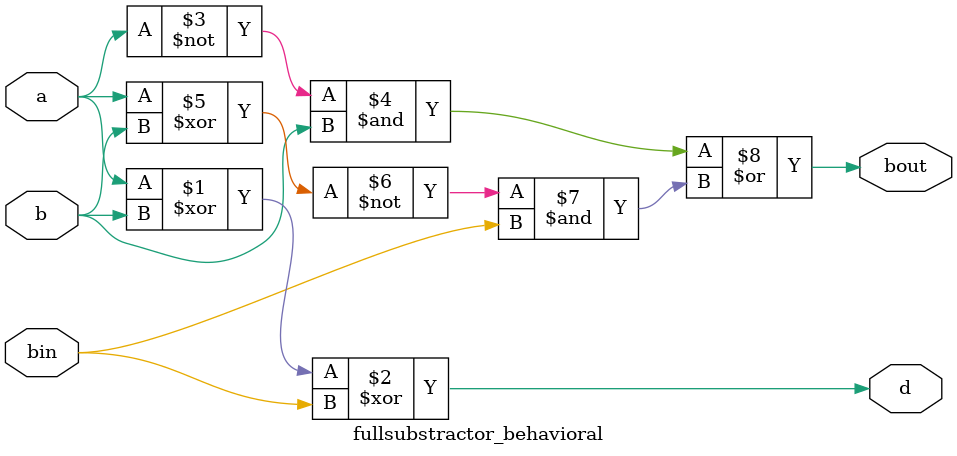
<source format=sv>
`timescale 1ns / 1ps


module fullsubstractor_behavioral(input logic a,b,bin, output logic d,bout);
    assign d = (a ^ b) ^ bin;
    assign bout = ((~a) & b ) | ((~(a ^ b)) & bin);
endmodule
</source>
